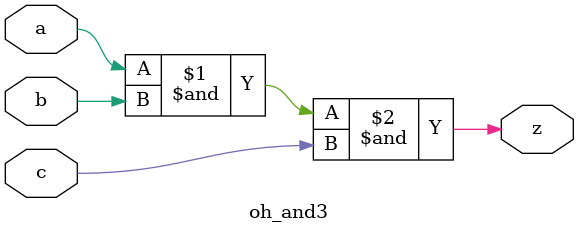
<source format=v>

module oh_and3 #(parameter DW = 1 ) // array width
   (
    input [DW-1:0]  a,
    input [DW-1:0]  b,
    input [DW-1:0]  c, 
    output [DW-1:0] z
    );
   
   assign z = a & b & c;
   
endmodule

</source>
